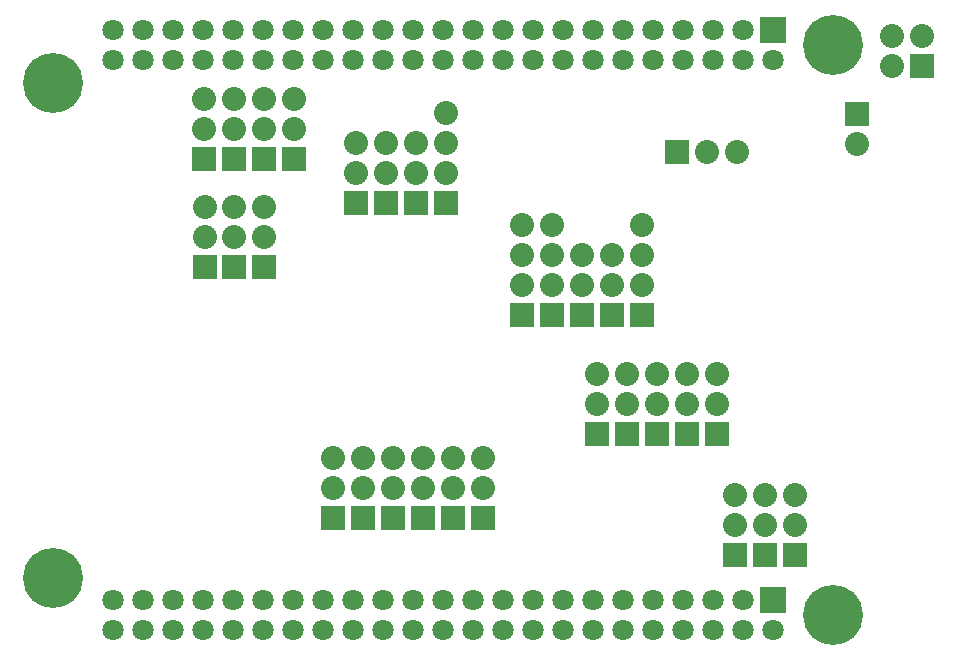
<source format=gbs>
G04 (created by PCBNEW (2013-05-31 BZR 4019)-stable) date 8/17/2014 5:11:29 PM*
%MOIN*%
G04 Gerber Fmt 3.4, Leading zero omitted, Abs format*
%FSLAX34Y34*%
G01*
G70*
G90*
G04 APERTURE LIST*
%ADD10C,0.00590551*%
%ADD11R,0.08X0.08*%
%ADD12C,0.08*%
%ADD13C,0.2*%
%ADD14R,0.085X0.085*%
%ADD15C,0.0712*%
G04 APERTURE END LIST*
G54D10*
G54D11*
X18900Y-10250D03*
G54D12*
X18900Y-9250D03*
X18900Y-8250D03*
X18900Y-7250D03*
G54D11*
X15350Y-6500D03*
G54D12*
X15350Y-5500D03*
X15350Y-4500D03*
X15350Y-3500D03*
G54D11*
X21900Y-10250D03*
G54D12*
X21900Y-9250D03*
X21900Y-8250D03*
X21900Y-7250D03*
G54D11*
X17900Y-10250D03*
G54D12*
X17900Y-9250D03*
X17900Y-8250D03*
X17900Y-7250D03*
G54D11*
X20900Y-10250D03*
G54D12*
X20900Y-9250D03*
X20900Y-8250D03*
G54D11*
X23400Y-14200D03*
G54D12*
X23400Y-13200D03*
X23400Y-12200D03*
G54D11*
X24400Y-14200D03*
G54D12*
X24400Y-13200D03*
X24400Y-12200D03*
G54D11*
X27000Y-18250D03*
G54D12*
X27000Y-17250D03*
X27000Y-16250D03*
G54D11*
X26000Y-18250D03*
G54D12*
X26000Y-17250D03*
X26000Y-16250D03*
G54D11*
X25000Y-18250D03*
G54D12*
X25000Y-17250D03*
X25000Y-16250D03*
G54D11*
X11600Y-17000D03*
G54D12*
X11600Y-16000D03*
X11600Y-15000D03*
G54D11*
X12600Y-17000D03*
G54D12*
X12600Y-16000D03*
X12600Y-15000D03*
G54D11*
X13600Y-17000D03*
G54D12*
X13600Y-16000D03*
X13600Y-15000D03*
G54D11*
X14600Y-17000D03*
G54D12*
X14600Y-16000D03*
X14600Y-15000D03*
G54D11*
X15600Y-17000D03*
G54D12*
X15600Y-16000D03*
X15600Y-15000D03*
G54D11*
X16600Y-17000D03*
G54D12*
X16600Y-16000D03*
X16600Y-15000D03*
G54D11*
X7300Y-5050D03*
G54D12*
X7300Y-4050D03*
X7300Y-3050D03*
G54D11*
X9300Y-5050D03*
G54D12*
X9300Y-4050D03*
X9300Y-3050D03*
G54D11*
X7310Y-8650D03*
G54D12*
X7310Y-7650D03*
X7310Y-6650D03*
G54D11*
X8300Y-8650D03*
G54D12*
X8300Y-7650D03*
X8300Y-6650D03*
G54D11*
X10300Y-5050D03*
G54D12*
X10300Y-4050D03*
X10300Y-3050D03*
G54D11*
X9300Y-8650D03*
G54D12*
X9300Y-7650D03*
X9300Y-6650D03*
G54D11*
X13350Y-6500D03*
G54D12*
X13350Y-5500D03*
X13350Y-4500D03*
G54D11*
X14350Y-6500D03*
G54D12*
X14350Y-5500D03*
X14350Y-4500D03*
G54D11*
X19900Y-10250D03*
G54D12*
X19900Y-9250D03*
X19900Y-8250D03*
G54D11*
X20400Y-14200D03*
G54D12*
X20400Y-13200D03*
X20400Y-12200D03*
G54D11*
X21400Y-14200D03*
G54D12*
X21400Y-13200D03*
X21400Y-12200D03*
G54D11*
X22400Y-14200D03*
G54D12*
X22400Y-13200D03*
X22400Y-12200D03*
G54D11*
X8300Y-5050D03*
G54D12*
X8300Y-4050D03*
X8300Y-3050D03*
G54D11*
X31220Y-1930D03*
G54D12*
X30220Y-1930D03*
X31220Y-930D03*
X30220Y-930D03*
G54D11*
X12350Y-6500D03*
G54D12*
X12350Y-5500D03*
X12350Y-4500D03*
G54D11*
X23050Y-4800D03*
G54D12*
X24050Y-4800D03*
X25050Y-4800D03*
G54D13*
X2250Y-2500D03*
X28250Y-1250D03*
X28250Y-20250D03*
X2250Y-19000D03*
G54D14*
X26250Y-750D03*
G54D15*
X26250Y-1750D03*
X25250Y-750D03*
X25250Y-1750D03*
X24250Y-750D03*
X24250Y-1750D03*
X23250Y-750D03*
X23250Y-1750D03*
X22250Y-750D03*
X22250Y-1750D03*
X21250Y-750D03*
X21250Y-1750D03*
X20250Y-750D03*
X20250Y-1750D03*
X19250Y-750D03*
X19250Y-1750D03*
X18250Y-750D03*
X18250Y-1750D03*
X17250Y-750D03*
X17250Y-1750D03*
X16250Y-750D03*
X16250Y-1750D03*
X15250Y-750D03*
X15250Y-1750D03*
X14250Y-750D03*
X14250Y-1750D03*
X13250Y-750D03*
X13250Y-1750D03*
X12250Y-750D03*
X12250Y-1750D03*
X11250Y-750D03*
X11250Y-1750D03*
X10250Y-750D03*
X10250Y-1750D03*
X9250Y-750D03*
X9250Y-1750D03*
X8250Y-750D03*
X8250Y-1750D03*
X7250Y-750D03*
X7250Y-1750D03*
X6250Y-750D03*
X6250Y-1750D03*
X5250Y-750D03*
X5250Y-1750D03*
X4250Y-750D03*
X4250Y-1750D03*
G54D14*
X26250Y-19750D03*
G54D15*
X26250Y-20750D03*
X25250Y-19750D03*
X25250Y-20750D03*
X24250Y-19750D03*
X24250Y-20750D03*
X23250Y-19750D03*
X23250Y-20750D03*
X22250Y-19750D03*
X22250Y-20750D03*
X21250Y-19750D03*
X21250Y-20750D03*
X20250Y-19750D03*
X20250Y-20750D03*
X19250Y-19750D03*
X19250Y-20750D03*
X18250Y-19750D03*
X18250Y-20750D03*
X17250Y-19750D03*
X17250Y-20750D03*
X16250Y-19750D03*
X16250Y-20750D03*
X15250Y-19750D03*
X15250Y-20750D03*
X14250Y-19750D03*
X14250Y-20750D03*
X13250Y-19750D03*
X13250Y-20750D03*
X12250Y-19750D03*
X12250Y-20750D03*
X11250Y-19750D03*
X11250Y-20750D03*
X10250Y-19750D03*
X10250Y-20750D03*
X9250Y-19750D03*
X9250Y-20750D03*
X8250Y-19750D03*
X8250Y-20750D03*
X7250Y-19750D03*
X7250Y-20750D03*
X6250Y-19750D03*
X6250Y-20750D03*
X5250Y-19750D03*
X5250Y-20750D03*
X4250Y-19750D03*
X4250Y-20750D03*
G54D11*
X29066Y-3554D03*
G54D12*
X29066Y-4554D03*
M02*

</source>
